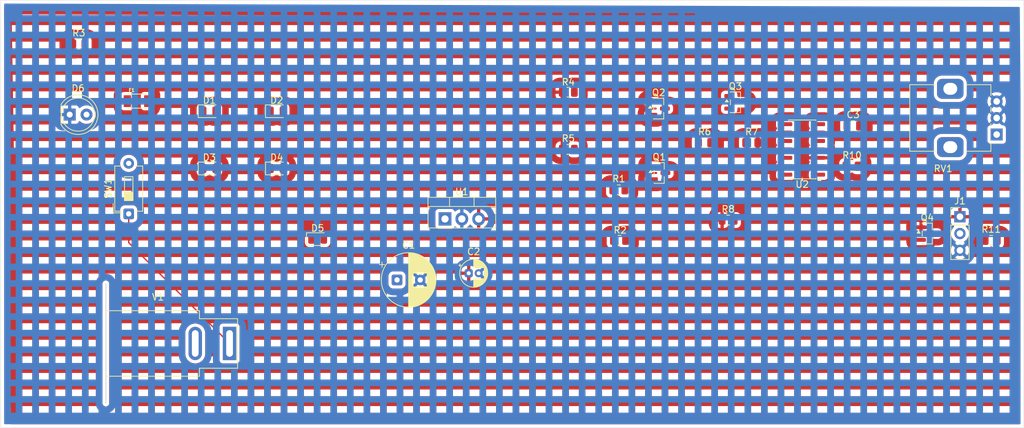
<source format=kicad_pcb>
(kicad_pcb (version 20241229) (generator "pcbnew") (generator_version "9.0")
  (title_block (title "CMPE2150 PWM Generator - mhe4") (date "2025-12-12") (rev "1") (company "NAIT CNT"))
  (layers (0 "F.Cu" signal) (2 "B.Cu" signal) (13 "F.Paste" user) (15 "B.Paste" user) (5 "F.SilkS" user "F.Silkscreen") (7 "B.SilkS" user "B.Silkscreen") (1 "F.Mask" user) (3 "B.Mask" user) (25 "Edge.Cuts" user))
  (net 0 "")
  (net 1 "GND")
  (net 2 "Net-(D5-K)")
  (net 3 "VCC")
  (net 4 "Net-(Q2-C)")
  (net 5 "Net-(D1-K)")
  (net 6 "GNDPWR")
  (net 7 "Net-(D3-K)")
  (net 8 "Net-(D6-A)")
  (net 9 "VAC")
  (net 10 "Net-(J1-Pin_2)")
  (net 11 "Net-(Q1-B)")
  (net 12 "Net-(Q1-C)")
  (net 13 "Net-(Q3-B)")
  (net 14 "Net-(Q3-E)")
  (net 15 "Net-(Q4-B)")
  (net 16 "Net-(U2A-+)")
  (net 17 "Net-(R10-Pad1)")
  (net 18 "Net-(SW1-A)")
  (footprint "Potentiometer_THT:Potentiometer_Alps_RK09K_Single_Vertical" (layer "F.Cu") (at 191.978 54.824 180)
    (property "Reference" "RV1" (at 8.068 -5.15 0) (layer "F.SilkS"))
    (property "Value" "5k")
    (fp_line (start 13.12 -2.521) (end 13.12 7.52) (stroke (width 0.12)) (layer "F.SilkS"))
    (fp_line (start 9.184 7.52) (end 13.12 7.52) (stroke (width 0.12)) (layer "F.SilkS"))
    (fp_line (start 9.184 -2.521) (end 13.12 -2.521) (stroke (width 0.12)) (layer "F.SilkS"))
    (fp_line (start 0.88 7.52) (end 4.817 7.52) (stroke (width 0.12)) (layer "F.SilkS"))
    (fp_line (start 0.88 5.87) (end 0.88 7.52) (stroke (width 0.12)) (layer "F.SilkS"))
    (fp_line (start 0.88 3.371) (end 0.88 4.13) (stroke (width 0.12)) (layer "F.SilkS"))
    (fp_line (start 0.88 1.25) (end 0.88 1.63) (stroke (width 0.12)) (layer "F.SilkS"))
    (fp_line (start 0.88 -2.521) (end 4.817 -2.521) (stroke (width 0.12)) (layer "F.SilkS"))
    (fp_line (start 0.88 -2.521) (end 0.88 -1.2) (stroke (width 0.12)) (layer "F.SilkS"))
    (pad "1" thru_hole rect (at 0 0 180) (size 1.8 1.8) (drill 1) (layers "*.Cu" "*.Mask") (net 16 "Net-(U2A-+)"))
    (pad "2" thru_hole circle (at 0 2.5 180) (size 1.8 1.8) (drill 1) (layers "*.Cu" "*.Mask") (net 1 "GND"))
    (pad "3" thru_hole circle (at 0 5 180) (size 1.8 1.8) (drill 1) (layers "*.Cu" "*.Mask") (net 1 "GND"))
    (pad "MP" thru_hole roundrect (at 7 -1.9 180) (size 4 3) (drill oval 2.1 1.8) (layers "*.Cu" "*.Mask"))
    (pad "MP" thru_hole roundrect (at 7 6.9 180) (size 4 3) (drill oval 2.1 1.8) (layers "*.Cu" "*.Mask"))
  )
  (footprint "Capacitor_THT:CP_Radial_D8.0mm_P3.50mm" (layer "F.Cu") (at 101.471349 76.774)
    (property "Reference" "C1" (at 1.75 -5.25 0) (layer "F.SilkS"))
    (property "Value" "220uf")
    (fp_line (start -2.659698 -2.315) (end -1.859698 -2.315) (stroke (width 0.12)) (layer "F.SilkS"))
    (fp_line (start -2.259698 -2.715) (end -2.259698 -1.915) (stroke (width 0.12)) (layer "F.SilkS"))
    (fp_line (start 1.75 -4.08) (end 1.75 4.08) (stroke (width 0.12)) (layer "F.SilkS"))
    (fp_line (start 1.79 -4.08) (end 1.79 4.08) (stroke (width 0.12)) (layer "F.SilkS"))
    (fp_line (start 1.83 -4.079) (end 1.83 4.079) (stroke (width 0.12)) (layer "F.SilkS"))
    (fp_line (start 1.87 -4.078) (end 1.87 4.078) (stroke (width 0.12)) (layer "F.SilkS"))
    (fp_line (start 1.91 -4.077) (end 1.91 4.077) (stroke (width 0.12)) (layer "F.SilkS"))
    (fp_line (start 1.95 -4.075) (end 1.95 4.075) (stroke (width 0.12)) (layer "F.SilkS"))
    (fp_line (start 1.99 -4.073) (end 1.99 4.073) (stroke (width 0.12)) (layer "F.SilkS"))
    (fp_line (start 2.03 -4.07) (end 2.03 4.07) (stroke (width 0.12)) (layer "F.SilkS"))
    (fp_line (start 2.07 -4.068) (end 2.07 4.068) (stroke (width 0.12)) (layer "F.SilkS"))
    (fp_line (start 2.11 -4.064) (end 2.11 4.064) (stroke (width 0.12)) (layer "F.SilkS"))
    (fp_line (start 2.15 -4.061) (end 2.15 4.061) (stroke (width 0.12)) (layer "F.SilkS"))
    (fp_line (start 2.19 -4.056) (end 2.19 4.056) (stroke (width 0.12)) (layer "F.SilkS"))
    (fp_line (start 2.23 -4.052) (end 2.23 4.052) (stroke (width 0.12)) (layer "F.SilkS"))
    (fp_line (start 2.27 -4.047) (end 2.27 4.047) (stroke (width 0.12)) (layer "F.SilkS"))
    (fp_line (start 2.31 -4.042) (end 2.31 4.042) (stroke (width 0.12)) (layer "F.SilkS"))
    (fp_line (start 2.35 -4.036) (end 2.35 4.036) (stroke (width 0.12)) (layer "F.SilkS"))
    (fp_line (start 2.39 -4.03) (end 2.39 4.03) (stroke (width 0.12)) (layer "F.SilkS"))
    (fp_line (start 2.43 -4.023) (end 2.43 4.023) (stroke (width 0.12)) (layer "F.SilkS"))
    (fp_line (start 2.47 -4.017) (end 2.47 -1.04) (stroke (width 0.12)) (layer "F.SilkS"))
    (fp_line (start 2.47 1.04) (end 2.47 4.017) (stroke (width 0.12)) (layer "F.SilkS"))
    (fp_line (start 2.51 -4.009) (end 2.51 -1.04) (stroke (width 0.12)) (layer "F.SilkS"))
    (fp_line (start 2.51 1.04) (end 2.51 4.009) (stroke (width 0.12)) (layer "F.SilkS"))
    (fp_line (start 2.55 -4.002) (end 2.55 -1.04) (stroke (width 0.12)) (layer "F.SilkS"))
    (fp_line (start 2.55 1.04) (end 2.55 4.002) (stroke (width 0.12)) (layer "F.SilkS"))
    (fp_line (start 2.59 -3.993) (end 2.59 -1.04) (stroke (width 0.12)) (layer "F.SilkS"))
    (fp_line (start 2.59 1.04) (end 2.59 3.993) (stroke (width 0.12)) (layer "F.SilkS"))
    (fp_line (start 2.63 -3.985) (end 2.63 -1.04) (stroke (width 0.12)) (layer "F.SilkS"))
    (fp_line (start 2.63 1.04) (end 2.63 3.985) (stroke (width 0.12)) (layer "F.SilkS"))
    (fp_line (start 2.67 -3.976) (end 2.67 -1.04) (stroke (width 0.12)) (layer "F.SilkS"))
    (fp_line (start 2.67 1.04) (end 2.67 3.976) (stroke (width 0.12)) (layer "F.SilkS"))
    (fp_line (start 2.71 -3.967) (end 2.71 -1.04) (stroke (width 0.12)) (layer "F.SilkS"))
    (fp_line (start 2.71 1.04) (end 2.71 3.967) (stroke (width 0.12)) (layer "F.SilkS"))
    (fp_line (start 2.75 -3.957) (end 2.75 -1.04) (stroke (width 0.12)) (layer "F.SilkS"))
    (fp_line (start 2.75 1.04) (end 2.75 3.957) (stroke (width 0.12)) (layer "F.SilkS"))
    (fp_line (start 2.79 -3.947) (end 2.79 -1.04) (stroke (width 0.12)) (layer "F.SilkS"))
    (fp_line (start 2.79 1.04) (end 2.79 3.947) (stroke (width 0.12)) (layer "F.SilkS"))
    (fp_line (start 2.83 -3.936) (end 2.83 -1.04) (stroke (width 0.12)) (layer "F.SilkS"))
    (fp_line (start 2.83 1.04) (end 2.83 3.936) (stroke (width 0.12)) (layer "F.SilkS"))
    (fp_line (start 2.87 -3.925) (end 2.87 -1.04) (stroke (width 0.12)) (layer "F.SilkS"))
    (fp_line (start 2.87 1.04) (end 2.87 3.925) (stroke (width 0.12)) (layer "F.SilkS"))
    (fp_line (start 2.91 -3.913) (end 2.91 -1.04) (stroke (width 0.12)) (layer "F.SilkS"))
    (fp_line (start 2.91 1.04) (end 2.91 3.913) (stroke (width 0.12)) (layer "F.SilkS"))
    (fp_line (start 2.95 -3.901) (end 2.95 -1.04) (stroke (width 0.12)) (layer "F.SilkS"))
    (fp_line (start 2.95 1.04) (end 2.95 3.901) (stroke (width 0.12)) (layer "F.SilkS"))
    (fp_line (start 2.99 -3.889) (end 2.99 -1.04) (stroke (width 0.12)) (layer "F.SilkS"))
    (fp_line (start 2.99 1.04) (end 2.99 3.889) (stroke (width 0.12)) (layer "F.SilkS"))
    (fp_line (start 3.03 -3.876) (end 3.03 -1.04) (stroke (width 0.12)) (layer "F.SilkS"))
    (fp_line (start 3.03 1.04) (end 3.03 3.876) (stroke (width 0.12)) (layer "F.SilkS"))
    (fp_line (start 3.07 -3.863) (end 3.07 -1.04) (stroke (width 0.12)) (layer "F.SilkS"))
    (fp_line (start 3.07 1.04) (end 3.07 3.863) (stroke (width 0.12)) (layer "F.SilkS"))
    (fp_line (start 3.11 -3.849) (end 3.11 -1.04) (stroke (width 0.12)) (layer "F.SilkS"))
    (fp_line (start 3.11 1.04) (end 3.11 3.849) (stroke (width 0.12)) (layer "F.SilkS"))
    (fp_line (start 3.15 -3.835) (end 3.15 -1.04) (stroke (width 0.12)) (layer "F.SilkS"))
    (fp_line (start 3.15 1.04) (end 3.15 3.835) (stroke (width 0.12)) (layer "F.SilkS"))
    (fp_line (start 3.19 -3.82) (end 3.19 -1.04) (stroke (width 0.12)) (layer "F.SilkS"))
    (fp_line (start 3.19 1.04) (end 3.19 3.82) (stroke (width 0.12)) (layer "F.SilkS"))
    (fp_line (start 3.23 -3.805) (end 3.23 -1.04) (stroke (width 0.12)) (layer "F.SilkS"))
    (fp_line (start 3.23 1.04) (end 3.23 3.805) (stroke (width 0.12)) (layer "F.SilkS"))
    (fp_line (start 3.27 -3.789) (end 3.27 -1.04) (stroke (width 0.12)) (layer "F.SilkS"))
    (fp_line (start 3.27 1.04) (end 3.27 3.789) (stroke (width 0.12)) (layer "F.SilkS"))
    (fp_line (start 3.31 -3.773) (end 3.31 -1.04) (stroke (width 0.12)) (layer "F.SilkS"))
    (fp_line (start 3.31 1.04) (end 3.31 3.773) (stroke (width 0.12)) (layer "F.SilkS"))
    (fp_line (start 3.35 -3.757) (end 3.35 -1.04) (stroke (width 0.12)) (layer "F.SilkS"))
    (fp_line (start 3.35 1.04) (end 3.35 3.757) (stroke (width 0.12)) (layer "F.SilkS"))
    (fp_line (start 3.39 -3.74) (end 3.39 -1.04) (stroke (width 0.12)) (layer "F.SilkS"))
    (fp_line (start 3.39 1.04) (end 3.39 3.74) (stroke (width 0.12)) (layer "F.SilkS"))
    (fp_line (start 3.43 -3.722) (end 3.43 -1.04) (stroke (width 0.12)) (layer "F.SilkS"))
    (fp_line (start 3.43 1.04) (end 3.43 3.722) (stroke (width 0.12)) (layer "F.SilkS"))
    (fp_line (start 3.47 -3.704) (end 3.47 -1.04) (stroke (width 0.12)) (layer "F.SilkS"))
    (fp_line (start 3.47 1.04) (end 3.47 3.704) (stroke (width 0.12)) (layer "F.SilkS"))
    (fp_line (start 3.51 -3.685) (end 3.51 -1.04) (stroke (width 0.12)) (layer "F.SilkS"))
    (fp_line (start 3.51 1.04) (end 3.51 3.685) (stroke (width 0.12)) (layer "F.SilkS"))
    (fp_line (start 3.55 -3.666) (end 3.55 -1.04) (stroke (width 0.12)) (layer "F.SilkS"))
    (fp_line (start 3.55 1.04) (end 3.55 3.666) (stroke (width 0.12)) (layer "F.SilkS"))
    (fp_line (start 3.59 -3.646) (end 3.59 -1.04) (stroke (width 0.12)) (layer "F.SilkS"))
    (fp_line (start 3.59 1.04) (end 3.59 3.646) (stroke (width 0.12)) (layer "F.SilkS"))
    (fp_line (start 3.63 -3.626) (end 3.63 -1.04) (stroke (width 0.12)) (layer "F.SilkS"))
    (fp_line (start 3.63 1.04) (end 3.63 3.626) (stroke (width 0.12)) (layer "F.SilkS"))
    (fp_line (start 3.67 -3.605) (end 3.67 -1.04) (stroke (width 0.12)) (layer "F.SilkS"))
    (fp_line (start 3.67 1.04) (end 3.67 3.605) (stroke (width 0.12)) (layer "F.SilkS"))
    (fp_line (start 3.71 -3.584) (end 3.71 -1.04) (stroke (width 0.12)) (layer "F.SilkS"))
    (fp_line (start 3.71 1.04) (end 3.71 3.584) (stroke (width 0.12)) (layer "F.SilkS"))
    (fp_line (start 3.75 -3.562) (end 3.75 -1.04) (stroke (width 0.12)) (layer "F.SilkS"))
    (fp_line (start 3.75 1.04) (end 3.75 3.562) (stroke (width 0.12)) (layer "F.SilkS"))
    (fp_line (start 3.79 -3.539) (end 3.79 -1.04) (stroke (width 0.12)) (layer "F.SilkS"))
    (fp_line (start 3.79 1.04) (end 3.79 3.539) (stroke (width 0.12)) (layer "F.SilkS"))
    (fp_line (start 3.83 -3.516) (end 3.83 -1.04) (stroke (width 0.12)) (layer "F.SilkS"))
    (fp_line (start 3.83 1.04) (end 3.83 3.516) (stroke (width 0.12)) (layer "F.SilkS"))
    (fp_line (start 3.87 -3.493) (end 3.87 -1.04) (stroke (width 0.12)) (layer "F.SilkS"))
    (fp_line (start 3.87 1.04) (end 3.87 3.493) (stroke (width 0.12)) (layer "F.SilkS"))
    (fp_line (start 3.91 -3.468) (end 3.91 -1.04) (stroke (width 0.12)) (layer "F.SilkS"))
    (fp_line (start 3.91 1.04) (end 3.91 3.468) (stroke (width 0.12)) (layer "F.SilkS"))
    (fp_line (start 3.95 -3.443) (end 3.95 -1.04) (stroke (width 0.12)) (layer "F.SilkS"))
    (fp_line (start 3.95 1.04) (end 3.95 3.443) (stroke (width 0.12)) (layer "F.SilkS"))
    (fp_line (start 3.99 -3.418) (end 3.99 -1.04) (stroke (width 0.12)) (layer "F.SilkS"))
    (fp_line (start 3.99 1.04) (end 3.99 3.418) (stroke (width 0.12)) (layer "F.SilkS"))
    (fp_line (start 4.03 -3.392) (end 4.03 -1.04) (stroke (width 0.12)) (layer "F.SilkS"))
    (fp_line (start 4.03 1.04) (end 4.03 3.392) (stroke (width 0.12)) (layer "F.SilkS"))
    (fp_line (start 4.07 -3.365) (end 4.07 -1.04) (stroke (width 0.12)) (layer "F.SilkS"))
    (fp_line (start 4.07 1.04) (end 4.07 3.365) (stroke (width 0.12)) (layer "F.SilkS"))
    (fp_line (start 4.11 -3.337) (end 4.11 -1.04) (stroke (width 0.12)) (layer "F.SilkS"))
    (fp_line (start 4.11 1.04) (end 4.11 3.337) (stroke (width 0.12)) (layer "F.SilkS"))
    (fp_line (start 4.15 -3.309) (end 4.15 -1.04) (stroke (width 0.12)) (layer "F.SilkS"))
    (fp_line (start 4.15 1.04) (end 4.15 3.309) (stroke (width 0.12)) (layer "F.SilkS"))
    (fp_line (start 4.19 -3.28) (end 4.19 -1.04) (stroke (width 0.12)) (layer "F.SilkS"))
    (fp_line (start 4.19 1.04) (end 4.19 3.28) (stroke (width 0.12)) (layer "F.SilkS"))
    (fp_line (start 4.23 -3.25) (end 4.23 -1.04) (stroke (width 0.12)) (layer "F.SilkS"))
    (fp_line (start 4.23 1.04) (end 4.23 3.25) (stroke (width 0.12)) (layer "F.SilkS"))
    (fp_line (start 4.27 -3.219) (end 4.27 -1.04) (stroke (width 0.12)) (layer "F.SilkS"))
    (fp_line (start 4.27 1.04) (end 4.27 3.219) (stroke (width 0.12)) (layer "F.SilkS"))
    (fp_line (start 4.31 -3.188) (end 4.31 -1.04) (stroke (width 0.12)) (layer "F.SilkS"))
    (fp_line (start 4.31 1.04) (end 4.31 3.188) (stroke (width 0.12)) (layer "F.SilkS"))
    (fp_line (start 4.35 -3.156) (end 4.35 -1.04) (stroke (width 0.12)) (layer "F.SilkS"))
    (fp_line (start 4.35 1.04) (end 4.35 3.156) (stroke (width 0.12)) (layer "F.SilkS"))
    (fp_line (start 4.39 -3.123) (end 4.39 -1.04) (stroke (width 0.12)) (layer "F.SilkS"))
    (fp_line (start 4.39 1.04) (end 4.39 3.123) (stroke (width 0.12)) (layer "F.SilkS"))
    (fp_line (start 4.43 -3.089) (end 4.43 -1.04) (stroke (width 0.12)) (layer "F.SilkS"))
    (fp_line (start 4.43 1.04) (end 4.43 3.089) (stroke (width 0.12)) (layer "F.SilkS"))
    (fp_line (start 4.47 -3.055) (end 4.47 -1.04) (stroke (width 0.12)) (layer "F.SilkS"))
    (fp_line (start 4.47 1.04) (end 4.47 3.055) (stroke (width 0.12)) (layer "F.SilkS"))
    (fp_line (start 4.51 -3.019) (end 4.51 -1.04) (stroke (width 0.12)) (layer "F.SilkS"))
    (fp_line (start 4.51 1.04) (end 4.51 3.019) (stroke (width 0.12)) (layer "F.SilkS"))
    (fp_line (start 4.55 -2.982) (end 4.55 2.982) (stroke (width 0.12)) (layer "F.SilkS"))
    (fp_line (start 4.59 -2.945) (end 4.59 2.945) (stroke (width 0.12)) (layer "F.SilkS"))
    (fp_line (start 4.63 -2.906) (end 4.63 2.906) (stroke (width 0.12)) (layer "F.SilkS"))
    (fp_line (start 4.67 -2.867) (end 4.67 2.867) (stroke (width 0.12)) (layer "F.SilkS"))
    (fp_line (start 4.71 -2.826) (end 4.71 2.826) (stroke (width 0.12)) (layer "F.SilkS"))
    (fp_line (start 4.75 -2.784) (end 4.75 2.784) (stroke (width 0.12)) (layer "F.SilkS"))
    (fp_line (start 4.79 -2.741) (end 4.79 2.741) (stroke (width 0.12)) (layer "F.SilkS"))
    (fp_line (start 4.83 -2.696) (end 4.83 2.696) (stroke (width 0.12)) (layer "F.SilkS"))
    (fp_line (start 4.87 -2.651) (end 4.87 2.651) (stroke (width 0.12)) (layer "F.SilkS"))
    (fp_line (start 4.91 -2.604) (end 4.91 2.604) (stroke (width 0.12)) (layer "F.SilkS"))
    (fp_line (start 4.95 -2.555) (end 4.95 2.555) (stroke (width 0.12)) (layer "F.SilkS"))
    (fp_line (start 4.99 -2.505) (end 4.99 2.505) (stroke (width 0.12)) (layer "F.SilkS"))
    (fp_line (start 5.03 -2.453) (end 5.03 2.453) (stroke (width 0.12)) (layer "F.SilkS"))
    (fp_line (start 5.07 -2.4) (end 5.07 2.4) (stroke (width 0.12)) (layer "F.SilkS"))
    (fp_line (start 5.11 -2.344) (end 5.11 2.344) (stroke (width 0.12)) (layer "F.SilkS"))
    (fp_line (start 5.15 -2.287) (end 5.15 2.287) (stroke (width 0.12)) (layer "F.SilkS"))
    (fp_line (start 5.19 -2.227) (end 5.19 2.227) (stroke (width 0.12)) (layer "F.SilkS"))
    (fp_line (start 5.23 -2.165) (end 5.23 2.165) (stroke (width 0.12)) (layer "F.SilkS"))
    (fp_line (start 5.27 -2.101) (end 5.27 2.101) (stroke (width 0.12)) (layer "F.SilkS"))
    (fp_line (start 5.31 -2.034) (end 5.31 2.034) (stroke (width 0.12)) (layer "F.SilkS"))
    (fp_line (start 5.35 -1.964) (end 5.35 1.964) (stroke (width 0.12)) (layer "F.SilkS"))
    (fp_line (start 5.39 -1.89) (end 5.39 1.89) (stroke (width 0.12)) (layer "F.SilkS"))
    (fp_line (start 5.43 -1.813) (end 5.43 1.813) (stroke (width 0.12)) (layer "F.SilkS"))
    (fp_line (start 5.47 -1.731) (end 5.47 1.731) (stroke (width 0.12)) (layer "F.SilkS"))
    (fp_line (start 5.51 -1.644) (end 5.51 1.644) (stroke (width 0.12)) (layer "F.SilkS"))
    (fp_line (start 5.55 -1.552) (end 5.55 1.552) (stroke (width 0.12)) (layer "F.SilkS"))
    (fp_line (start 5.59 -1.453) (end 5.59 1.453) (stroke (width 0.12)) (layer "F.SilkS"))
    (fp_line (start 5.63 -1.346) (end 5.63 1.346) (stroke (width 0.12)) (layer "F.SilkS"))
    (fp_line (start 5.67 -1.228) (end 5.67 1.228) (stroke (width 0.12)) (layer "F.SilkS"))
    (fp_line (start 5.71 -1.097) (end 5.71 1.097) (stroke (width 0.12)) (layer "F.SilkS"))
    (fp_line (start 5.75 -0.947) (end 5.75 0.947) (stroke (width 0.12)) (layer "F.SilkS"))
    (fp_line (start 5.79 -0.768) (end 5.79 0.768) (stroke (width 0.12)) (layer "F.SilkS"))
    (fp_line (start 5.83 -0.533) (end 5.83 0.533) (stroke (width 0.12)) (layer "F.SilkS"))
    (fp_circle (center 1.75 0) (end 5.87 0) (stroke (width 0.12)) (fill no) (layer "F.SilkS"))
    (pad "1" thru_hole roundrect (at 0 0) (size 1.6 1.6) (drill 0.8) (layers "*.Cu" "*.Mask") (roundrect_rratio 0.15625) (net 2 "Net-(D5-K)"))
    (pad "2" thru_hole circle (at 3.5 0) (size 1.6 1.6) (drill 0.8) (layers "*.Cu" "*.Mask") (net 1 "GND"))
  )
  (footprint "Resistor_SMD:R_0805_2012Metric" (layer "F.Cu") (at 135.05 70.784)
    (property "Reference" "R2" (at 0.1035 -1.524 0) (layer "F.SilkS"))
    (property "Value" "1M")
    (fp_line (start -0.227064 -0.735) (end 0.227064 -0.735) (stroke (width 0.12)) (layer "F.SilkS"))
    (fp_line (start -0.227064 0.735) (end 0.227064 0.735) (stroke (width 0.12)) (layer "F.SilkS"))
    (pad "1" smd roundrect (at -0.9125 0) (size 1.025 1.4) (layers "F.Cu" "F.Mask" "F.Paste") (roundrect_rratio 0.243902) (net 7 "Net-(D3-K)"))
    (pad "2" smd roundrect (at 0.9125 0) (size 1.025 1.4) (layers "F.Cu" "F.Mask" "F.Paste") (roundrect_rratio 0.243902) (net 11 "Net-(Q1-B)"))
  )
  (footprint "Package_TO_SOT_SMD:SOT-23" (layer "F.Cu") (at 152.5445 49.956)
    (property "Reference" "Q3" (at 0 -2.4 0) (layer "F.SilkS"))
    (property "Value" "2N3906")
    (fp_line (start -0.76 -1.56) (end 0.76 -1.56) (stroke (width 0.12)) (layer "F.SilkS"))
    (fp_line (start -0.76 -1.51) (end -0.76 -1.56) (stroke (width 0.12)) (layer "F.SilkS"))
    (fp_line (start -0.76 0.39) (end -0.76 -0.39) (stroke (width 0.12)) (layer "F.SilkS"))
    (fp_line (start -0.76 1.56) (end -0.76 1.51) (stroke (width 0.12)) (layer "F.SilkS"))
    (fp_line (start 0.76 -1.56) (end 0.76 -0.56) (stroke (width 0.12)) (layer "F.SilkS"))
    (fp_line (start 0.76 0.56) (end 0.76 1.56) (stroke (width 0.12)) (layer "F.SilkS"))
    (fp_line (start 0.76 1.56) (end -0.76 1.56) (stroke (width 0.12)) (layer "F.SilkS"))
    (fp_poly (pts (xy -1.3 -0.38) (xy -1.06 -0.05) (xy -1.54 -0.05)) (stroke (width 0.12)) (fill yes) (layer "F.SilkS"))
    (pad "1" smd roundrect (at -0.9375 -0.95) (size 1.475 0.6) (layers "F.Cu" "F.Mask" "F.Paste") (net 14 "Net-(Q3-E)"))
    (pad "2" smd roundrect (at -0.9375 0.95) (size 1.475 0.6) (layers "F.Cu" "F.Mask" "F.Paste") (net 13 "Net-(Q3-B)"))
    (pad "3" smd roundrect (at 0.9375 0) (size 1.475 0.6) (layers "F.Cu" "F.Mask" "F.Paste") (net 4 "Net-(Q2-C)"))
  )
  (footprint "Resistor_SMD:R_0805_2012Metric" (layer "F.Cu") (at 155.006 56.052)
    (property "Reference" "R7" (at 0 -1.65 0) (layer "F.SilkS"))
    (property "Value" "22k")
    (fp_line (start -0.227064 -0.735) (end 0.227064 -0.735) (stroke (width 0.12)) (layer "F.SilkS"))
    (fp_line (start -0.227064 0.735) (end 0.227064 0.735) (stroke (width 0.12)) (layer "F.SilkS"))
    (pad "1" smd roundrect (at -0.9125 0) (size 1.025 1.4) (layers "F.Cu" "F.Mask" "F.Paste") (roundrect_rratio 0.243902) (net 14 "Net-(Q3-E)"))
    (pad "2" smd roundrect (at 0.9125 0) (size 1.025 1.4) (layers "F.Cu" "F.Mask" "F.Paste") (roundrect_rratio 0.243902) (net 3 "VCC"))
  )
  (footprint "Resistor_SMD:R_0805_2012Metric" (layer "F.Cu") (at 127.3265 57.068)
    (property "Reference" "R5" (at 0 -1.65 0) (layer "F.SilkS"))
    (property "Value" "220k")
    (fp_line (start -0.227064 -0.735) (end 0.227064 -0.735) (stroke (width 0.12)) (layer "F.SilkS"))
    (fp_line (start -0.227064 0.735) (end 0.227064 0.735) (stroke (width 0.12)) (layer "F.SilkS"))
    (pad "1" smd roundrect (at -0.9125 0) (size 1.025 1.4) (layers "F.Cu" "F.Mask" "F.Paste") (roundrect_rratio 0.243902) (net 3 "VCC"))
    (pad "2" smd roundrect (at 0.9125 0) (size 1.025 1.4) (layers "F.Cu" "F.Mask" "F.Paste") (roundrect_rratio 0.243902) (net 13 "Net-(Q3-B)"))
  )
  (footprint "Resistor_SMD:R_0805_2012Metric" (layer "F.Cu") (at 191.1525 70.784)
    (property "Reference" "R11" (at 0 -1.65 0) (layer "F.SilkS"))
    (property "Value" "180")
    (fp_line (start -0.227064 -0.735) (end 0.227064 -0.735) (stroke (width 0.12)) (layer "F.SilkS"))
    (fp_line (start -0.227064 0.735) (end 0.227064 0.735) (stroke (width 0.12)) (layer "F.SilkS"))
    (pad "1" smd roundrect (at -0.9125 0) (size 1.025 1.4) (layers "F.Cu" "F.Mask" "F.Paste") (roundrect_rratio 0.243902) (net 10 "Net-(J1-Pin_2)"))
    (pad "2" smd roundrect (at 0.9125 0) (size 1.025 1.4) (layers "F.Cu" "F.Mask" "F.Paste") (roundrect_rratio 0.243902) (net 1 "GND"))
  )
  (footprint "Connector_PinHeader_2.54mm:PinHeader_1x03_P2.54mm_Vertical" (layer "F.Cu") (at 186.436 67.228)
    (property "Reference" "J1" (at 0 -2.38 0) (layer "F.SilkS"))
    (property "Value" "Conn_01x03_Pin")
    (fp_line (start -1.38 -1.38) (end 0 -1.38) (stroke (width 0.12)) (layer "F.SilkS"))
    (fp_line (start -1.38 0) (end -1.38 -1.38) (stroke (width 0.12)) (layer "F.SilkS"))
    (fp_line (start -1.38 1.27) (end -1.38 6.46) (stroke (width 0.12)) (layer "F.SilkS"))
    (fp_line (start -1.38 1.27) (end 1.38 1.27) (stroke (width 0.12)) (layer "F.SilkS"))
    (fp_line (start -1.38 6.46) (end 1.38 6.46) (stroke (width 0.12)) (layer "F.SilkS"))
    (fp_line (start 1.38 1.27) (end 1.38 6.46) (stroke (width 0.12)) (layer "F.SilkS"))
    (pad "1" thru_hole rect (at 0 0) (size 1.7 1.7) (drill 1) (layers "*.Cu" "*.Mask") (net 3 "VCC"))
    (pad "2" thru_hole circle (at 0 2.54) (size 1.7 1.7) (drill 1) (layers "*.Cu" "*.Mask") (net 10 "Net-(J1-Pin_2)"))
    (pad "3" thru_hole circle (at 0 5.08) (size 1.7 1.7) (drill 1) (layers "*.Cu" "*.Mask") (net 1 "GND"))
  )
  (footprint "Resistor_SMD:R_0805_2012Metric" (layer "F.Cu") (at 127.3265 48.432)
    (property "Reference" "R4" (at 0 -1.524 0) (layer "F.SilkS"))
    (property "Value" "10k")
    (fp_line (start -0.227064 -0.735) (end 0.227064 -0.735) (stroke (width 0.12)) (layer "F.SilkS"))
    (fp_line (start -0.227064 0.735) (end 0.227064 0.735) (stroke (width 0.12)) (layer "F.SilkS"))
    (pad "1" smd roundrect (at -0.9125 0) (size 1.025 1.4) (layers "F.Cu" "F.Mask" "F.Paste") (roundrect_rratio 0.243902) (net 3 "VCC"))
    (pad "2" smd roundrect (at 0.9125 0) (size 1.025 1.4) (layers "F.Cu" "F.Mask" "F.Paste") (roundrect_rratio 0.243902) (net 12 "Net-(Q1-C)"))
  )
  (footprint "Package_TO_SOT_SMD:SOT-23" (layer "F.Cu") (at 181.5005 69.768)
    (property "Reference" "Q4" (at 0 -2.4 0) (layer "F.SilkS"))
    (property "Value" "2N3906")
    (fp_line (start -0.76 -1.56) (end 0.76 -1.56) (stroke (width 0.12)) (layer "F.SilkS"))
    (fp_line (start -0.76 -1.51) (end -0.76 -1.56) (stroke (width 0.12)) (layer "F.SilkS"))
    (fp_line (start -0.76 0.39) (end -0.76 -0.39) (stroke (width 0.12)) (layer "F.SilkS"))
    (fp_line (start -0.76 1.56) (end -0.76 1.51) (stroke (width 0.12)) (layer "F.SilkS"))
    (fp_line (start 0.76 -1.56) (end 0.76 -0.56) (stroke (width 0.12)) (layer "F.SilkS"))
    (fp_line (start 0.76 0.56) (end 0.76 1.56) (stroke (width 0.12)) (layer "F.SilkS"))
    (fp_line (start 0.76 1.56) (end -0.76 1.56) (stroke (width 0.12)) (layer "F.SilkS"))
    (fp_poly (pts (xy -1.3 -0.38) (xy -1.06 -0.05) (xy -1.54 -0.05)) (stroke (width 0.12)) (fill yes) (layer "F.SilkS"))
    (pad "1" smd roundrect (at -0.9375 -0.95) (size 1.475 0.6) (layers "F.Cu" "F.Mask" "F.Paste") (net 3 "VCC"))
    (pad "2" smd roundrect (at -0.9375 0.95) (size 1.475 0.6) (layers "F.Cu" "F.Mask" "F.Paste") (net 15 "Net-(Q4-B)"))
    (pad "3" smd roundrect (at 0.9375 0) (size 1.475 0.6) (layers "F.Cu" "F.Mask" "F.Paste") (net 10 "Net-(J1-Pin_2)"))
  )
  (footprint "Package_TO_SOT_SMD:SOT-23" (layer "F.Cu") (at 141.0425 60.624)
    (property "Reference" "Q1" (at 0 -2.4 0) (layer "F.SilkS"))
    (property "Value" "2N3904")
    (fp_line (start -0.76 -1.56) (end 0.76 -1.56) (stroke (width 0.12)) (layer "F.SilkS"))
    (fp_line (start -0.76 -1.51) (end -0.76 -1.56) (stroke (width 0.12)) (layer "F.SilkS"))
    (fp_line (start -0.76 0.39) (end -0.76 -0.39) (stroke (width 0.12)) (layer "F.SilkS"))
    (fp_line (start -0.76 1.56) (end -0.76 1.51) (stroke (width 0.12)) (layer "F.SilkS"))
    (fp_line (start 0.76 -1.56) (end 0.76 -0.56) (stroke (width 0.12)) (layer "F.SilkS"))
    (fp_line (start 0.76 0.56) (end 0.76 1.56) (stroke (width 0.12)) (layer "F.SilkS"))
    (fp_line (start 0.76 1.56) (end -0.76 1.56) (stroke (width 0.12)) (layer "F.SilkS"))
    (fp_poly (pts (xy -1.3 -0.38) (xy -1.06 -0.05) (xy -1.54 -0.05)) (stroke (width 0.12)) (fill yes) (layer "F.SilkS"))
    (pad "1" smd roundrect (at -0.9375 -0.95) (size 1.475 0.6) (layers "F.Cu" "F.Mask" "F.Paste") (net 1 "GND"))
    (pad "2" smd roundrect (at -0.9375 0.95) (size 1.475 0.6) (layers "F.Cu" "F.Mask" "F.Paste") (net 11 "Net-(Q1-B)"))
    (pad "3" smd roundrect (at 0.9375 0) (size 1.475 0.6) (layers "F.Cu" "F.Mask" "F.Paste") (net 12 "Net-(Q1-C)"))
  )
  (footprint "Resistor_SMD:R_0805_2012Metric" (layer "F.Cu") (at 53.4435 41.148)
    (property "Reference" "R3" (at 0 -1.65 0) (layer "F.SilkS"))
    (property "Value" "330")
    (fp_line (start -0.227064 -0.735) (end 0.227064 -0.735) (stroke (width 0.12)) (layer "F.SilkS"))
    (fp_line (start -0.227064 0.735) (end 0.227064 0.735) (stroke (width 0.12)) (layer "F.SilkS"))
    (pad "1" smd roundrect (at -0.9125 0) (size 1.025 1.4) (layers "F.Cu" "F.Mask" "F.Paste") (roundrect_rratio 0.243902) (net 3 "VCC"))
    (pad "2" smd roundrect (at 0.9125 0) (size 1.025 1.4) (layers "F.Cu" "F.Mask" "F.Paste") (roundrect_rratio 0.243902) (net 8 "Net-(D6-A)"))
  )
  (footprint "Resistor_SMD:R_0805_2012Metric" (layer "F.Cu") (at 170.1425 59.608)
    (property "Reference" "R10" (at 0 -1.65 0) (layer "F.SilkS"))
    (property "Value" "8.2k")
    (fp_line (start -0.227064 -0.735) (end 0.227064 -0.735) (stroke (width 0.12)) (layer "F.SilkS"))
    (fp_line (start -0.227064 0.735) (end 0.227064 0.735) (stroke (width 0.12)) (layer "F.SilkS"))
    (pad "1" smd roundrect (at -0.9125 0) (size 1.025 1.4) (layers "F.Cu" "F.Mask" "F.Paste") (roundrect_rratio 0.243902) (net 17 "Net-(R10-Pad1)"))
    (pad "2" smd roundrect (at 0.9125 0) (size 1.025 1.4) (layers "F.Cu" "F.Mask" "F.Paste") (roundrect_rratio 0.243902) (net 15 "Net-(Q4-B)"))
  )
  (footprint "Package_TO_SOT_THT:TO-220-3_Vertical" (layer "F.Cu") (at 108.712 67.564)
    (property "Reference" "U1" (at 2.54 -4.1 0) (layer "F.SilkS"))
    (property "Value" "LM7805_TO220")
    (fp_line (start -2.57 -3.26) (end 7.65 -3.26) (stroke (width 0.12)) (layer "F.SilkS"))
    (fp_line (start -2.57 -1.88) (end 7.65 -1.88) (stroke (width 0.12)) (layer "F.SilkS"))
    (fp_line (start -2.57 1.36) (end -2.57 -3.26) (stroke (width 0.12)) (layer "F.SilkS"))
    (fp_line (start 0.69 -3.26) (end 0.69 -1.88) (stroke (width 0.12)) (layer "F.SilkS"))
    (fp_line (start 4.39 -3.26) (end 4.39 -1.88) (stroke (width 0.12)) (layer "F.SilkS"))
    (fp_line (start 7.65 -3.26) (end 7.65 1.36) (stroke (width 0.12)) (layer "F.SilkS"))
    (fp_line (start 7.65 1.36) (end -2.57 1.36) (stroke (width 0.12)) (layer "F.SilkS"))
    (pad "1" thru_hole rect (at 0 0) (size 1.905 2) (drill 1.1) (layers "*.Cu" "*.Mask") (net 2 "Net-(D5-K)"))
    (pad "2" thru_hole oval (at 2.54 0) (size 1.905 2) (drill 1.1) (layers "*.Cu" "*.Mask") (net 1 "GND"))
    (pad "3" thru_hole oval (at 5.08 0) (size 1.905 2) (drill 1.1) (layers "*.Cu" "*.Mask") (net 3 "VCC"))
  )
  (footprint "Diode_SMD:D_0805_2012Metric" (layer "F.Cu") (at 83.312 59.944)
    (property "Reference" "D4" (at 0 -1.65 0) (layer "F.SilkS"))
    (property "Value" "1N4005G")
    (fp_line (start -1.685 -0.96) (end -1.685 0.96) (stroke (width 0.12)) (layer "F.SilkS"))
    (fp_line (start -1.685 0.96) (end 1 0.96) (stroke (width 0.12)) (layer "F.SilkS"))
    (fp_line (start 1 -0.96) (end -1.685 -0.96) (stroke (width 0.12)) (layer "F.SilkS"))
    (pad "1" smd roundrect (at -0.9375 0) (size 0.975 1.4) (layers "F.Cu" "F.Mask" "F.Paste") (net 7 "Net-(D3-K)"))
    (pad "2" smd roundrect (at 0.9375 0) (size 0.975 1.4) (layers "F.Cu" "F.Mask" "F.Paste") (net 6 "GNDPWR"))
  )
  (footprint "LED_THT:LED_D5.0mm" (layer "F.Cu") (at 52.065 51.816)
    (property "Reference" "D6" (at 1.27 -3.96 0) (layer "F.SilkS"))
    (property "Value" "LED_GREEN")
    (fp_line (start -1.29 -1.545) (end -1.29 1.545) (stroke (width 0.12)) (layer "F.SilkS"))
    (fp_arc (start -1.29 -1.54483) (mid 2.071779 -2.880495) (end 4.26 0) (stroke (width 0.12)) (layer "F.SilkS"))
    (fp_arc (start 4.26 0) (mid 2.071779 2.880495) (end -1.29 1.54483) (stroke (width 0.12)) (layer "F.SilkS"))
    (fp_circle (center 1.27 0) (end 3.77 0) (stroke (width 0.12)) (fill no) (layer "F.SilkS"))
    (pad "1" thru_hole rect (at 0 0) (size 1.8 1.8) (drill 0.9) (layers "*.Cu" "*.Mask") (net 1 "GND"))
    (pad "2" thru_hole circle (at 2.54 0) (size 1.8 1.8) (drill 0.9) (layers "*.Cu" "*.Mask") (net 8 "Net-(D6-A)"))
  )
  (footprint "Diode_SMD:D_0805_2012Metric" (layer "F.Cu") (at 73.152 51.308)
    (property "Reference" "D1" (at 0 -1.65 0) (layer "F.SilkS"))
    (property "Value" "1N4005G")
    (fp_line (start -1.685 -0.96) (end -1.685 0.96) (stroke (width 0.12)) (layer "F.SilkS"))
    (fp_line (start -1.685 0.96) (end 1 0.96) (stroke (width 0.12)) (layer "F.SilkS"))
    (fp_line (start 1 -0.96) (end -1.685 -0.96) (stroke (width 0.12)) (layer "F.SilkS"))
    (pad "1" smd roundrect (at -0.9375 0) (size 0.975 1.4) (layers "F.Cu" "F.Mask" "F.Paste") (net 5 "Net-(D1-K)"))
    (pad "2" smd roundrect (at 0.9375 0) (size 0.975 1.4) (layers "F.Cu" "F.Mask" "F.Paste") (net 1 "GND"))
  )
  (footprint "Resistor_SMD:R_0805_2012Metric" (layer "F.Cu") (at 147.894 56.052)
    (property "Reference" "R6" (at 0 -1.65 0) (layer "F.SilkS"))
    (property "Value" "390k")
    (fp_line (start -0.227064 -0.735) (end 0.227064 -0.735) (stroke (width 0.12)) (layer "F.SilkS"))
    (fp_line (start -0.227064 0.735) (end 0.227064 0.735) (stroke (width 0.12)) (layer "F.SilkS"))
    (pad "1" smd roundrect (at -0.9125 0) (size 1.025 1.4) (layers "F.Cu" "F.Mask" "F.Paste") (roundrect_rratio 0.243902) (net 13 "Net-(Q3-B)"))
    (pad "2" smd roundrect (at 0.9125 0) (size 1.025 1.4) (layers "F.Cu" "F.Mask" "F.Paste") (roundrect_rratio 0.243902) (net 1 "GND"))
  )
  (footprint "Button_Switch_THT:SW_DIP_SPSTx01_Slide_6.7x4.1mm_W7.62mm_P2.54mm_LowProfile" (layer "F.Cu") (at 60.9725 66.797 90)
    (property "Reference" "SW1" (at 3.81 -3.11 90) (layer "F.SilkS"))
    (property "Value" "CTS 209-210")
    (fp_line (start 0.16 -2.35) (end 1.543 -2.35) (stroke (width 0.12)) (layer "F.SilkS"))
    (fp_line (start 0.16 -2.35) (end 0.16 -1.04) (stroke (width 0.12)) (layer "F.SilkS"))
    (fp_line (start 7.22 -2.11) (end 7.22 -0.96) (stroke (width 0.12)) (layer "F.SilkS"))
    (fp_line (start 0.4 -2.11) (end 7.22 -2.11) (stroke (width 0.12)) (layer "F.SilkS"))
    (fp_line (start 0.4 -2.11) (end 0.4 -1.04) (stroke (width 0.12)) (layer "F.SilkS"))
    (fp_line (start 3.206667 -0.635) (end 3.206667 0.635) (stroke (width 0.12)) (layer "F.SilkS"))
    (fp_line (start 7.22 0.96) (end 7.22 2.11) (stroke (width 0.12)) (layer "F.SilkS"))
    (fp_line (start 0.4 1.04) (end 0.4 2.11) (stroke (width 0.12)) (layer "F.SilkS"))
    (fp_line (start 0.4 2.11) (end 7.22 2.11) (stroke (width 0.12)) (layer "F.SilkS"))
    (fp_rect (start 2 -0.635) (end 5.62 0.635) (stroke (width 0.12)) (fill no) (layer "F.SilkS"))
    (fp_rect (start 2 -0.635) (end 3.206667 0.635) (stroke (width 0.12)) (fill yes) (layer "F.SilkS"))
    (pad "1" thru_hole roundrect (at 0 0 90) (size 1.6 1.6) (drill 0.8) (layers "*.Cu" "*.Mask") (roundrect_rratio 0.15625) (net 18 "Net-(SW1-A)"))
    (pad "2" thru_hole circle (at 7.62 0 90) (size 1.6 1.6) (drill 0.8) (layers "*.Cu" "*.Mask") (net 9 "VAC"))
  )
  (footprint "Resistor_SMD:R_0805_2012Metric" (layer "F.Cu") (at 134.9465 63.164)
    (property "Reference" "R1" (at 0 -1.65 0) (layer "F.SilkS"))
    (property "Value" "2.2k")
    (fp_line (start -0.227064 -0.735) (end 0.227064 -0.735) (stroke (width 0.12)) (layer "F.SilkS"))
    (fp_line (start -0.227064 0.735) (end 0.227064 0.735) (stroke (width 0.12)) (layer "F.SilkS"))
    (pad "1" smd roundrect (at -0.9125 0) (size 1.025 1.4) (layers "F.Cu" "F.Mask" "F.Paste") (roundrect_rratio 0.243902) (net 7 "Net-(D3-K)"))
    (pad "2" smd roundrect (at 0.9125 0) (size 1.025 1.4) (layers "F.Cu" "F.Mask" "F.Paste") (roundrect_rratio 0.243902) (net 1 "GND"))
  )
  (footprint "Package_TO_SOT_SMD:SOT-23" (layer "F.Cu") (at 140.964 50.906)
    (property "Reference" "Q2" (at 0 -2.4 0) (layer "F.SilkS"))
    (property "Value" "2N3904")
    (fp_line (start -0.76 -1.56) (end 0.76 -1.56) (stroke (width 0.12)) (layer "F.SilkS"))
    (fp_line (start -0.76 -1.51) (end -0.76 -1.56) (stroke (width 0.12)) (layer "F.SilkS"))
    (fp_line (start -0.76 0.39) (end -0.76 -0.39) (stroke (width 0.12)) (layer "F.SilkS"))
    (fp_line (start -0.76 1.56) (end -0.76 1.51) (stroke (width 0.12)) (layer "F.SilkS"))
    (fp_line (start 0.76 -1.56) (end 0.76 -0.56) (stroke (width 0.12)) (layer "F.SilkS"))
    (fp_line (start 0.76 0.56) (end 0.76 1.56) (stroke (width 0.12)) (layer "F.SilkS"))
    (fp_line (start 0.76 1.56) (end -0.76 1.56) (stroke (width 0.12)) (layer "F.SilkS"))
    (fp_poly (pts (xy -1.3 -0.38) (xy -1.06 -0.05) (xy -1.54 -0.05)) (stroke (width 0.12)) (fill yes) (layer "F.SilkS"))
    (pad "1" smd roundrect (at -0.9375 -0.95) (size 1.475 0.6) (layers "F.Cu" "F.Mask" "F.Paste") (net 1 "GND"))
    (pad "2" smd roundrect (at -0.9375 0.95) (size 1.475 0.6) (layers "F.Cu" "F.Mask" "F.Paste") (net 12 "Net-(Q1-C)"))
    (pad "3" smd roundrect (at 0.9375 0) (size 1.475 0.6) (layers "F.Cu" "F.Mask" "F.Paste") (net 4 "Net-(Q2-C)"))
  )
  (footprint "Package_SO:SOIC-14_3.9x8.7mm_P1.27mm" (layer "F.Cu") (at 162.626 57.068 180)
    (property "Reference" "U2" (at 0 -5.28 0) (layer "F.SilkS"))
    (property "Value" "LM339")
    (fp_line (start 2.06 4.435) (end -2.06 4.435) (stroke (width 0.12)) (layer "F.SilkS"))
    (fp_line (start 2.06 4.37) (end 2.06 4.435) (stroke (width 0.12)) (layer "F.SilkS"))
    (fp_line (start 2.06 -4.435) (end 2.06 -4.37) (stroke (width 0.12)) (layer "F.SilkS"))
    (fp_line (start -2.06 4.435) (end -2.06 4.37) (stroke (width 0.12)) (layer "F.SilkS"))
    (fp_line (start -2.06 -4.37) (end -2.06 -4.435) (stroke (width 0.12)) (layer "F.SilkS"))
    (fp_line (start -2.06 -4.435) (end 2.06 -4.435) (stroke (width 0.12)) (layer "F.SilkS"))
    (fp_poly (pts (xy -2.6 -4.37) (xy -2.84 -4.7) (xy -2.36 -4.7)) (stroke (width 0.12)) (fill yes) (layer "F.SilkS"))
    (pad "1" smd roundrect (at -2.475 -3.81 180) (size 1.95 0.6) (layers "F.Cu" "F.Mask" "F.Paste"))
    (pad "2" smd roundrect (at -2.475 -2.54 180) (size 1.95 0.6) (layers "F.Cu" "F.Mask" "F.Paste") (net 17 "Net-(R10-Pad1)"))
    (pad "3" smd roundrect (at -2.475 -1.27 180) (size 1.95 0.6) (layers "F.Cu" "F.Mask" "F.Paste") (net 3 "VCC"))
    (pad "4" smd roundrect (at -2.475 0 180) (size 1.95 0.6) (layers "F.Cu" "F.Mask" "F.Paste") (net 4 "Net-(Q2-C)"))
    (pad "5" smd roundrect (at -2.475 1.27 180) (size 1.95 0.6) (layers "F.Cu" "F.Mask" "F.Paste") (net 16 "Net-(U2A-+)"))
    (pad "6" smd roundrect (at -2.475 2.54 180) (size 1.95 0.6) (layers "F.Cu" "F.Mask" "F.Paste"))
    (pad "7" smd roundrect (at -2.475 3.81 180) (size 1.95 0.6) (layers "F.Cu" "F.Mask" "F.Paste"))
    (pad "8" smd roundrect (at 2.475 3.81 180) (size 1.95 0.6) (layers "F.Cu" "F.Mask" "F.Paste"))
    (pad "9" smd roundrect (at 2.475 2.54 180) (size 1.95 0.6) (layers "F.Cu" "F.Mask" "F.Paste"))
    (pad "10" smd roundrect (at 2.475 1.27 180) (size 1.95 0.6) (layers "F.Cu" "F.Mask" "F.Paste"))
    (pad "11" smd roundrect (at 2.475 0 180) (size 1.95 0.6) (layers "F.Cu" "F.Mask" "F.Paste"))
    (pad "12" smd roundrect (at 2.475 -1.27 180) (size 1.95 0.6) (layers "F.Cu" "F.Mask" "F.Paste") (net 1 "GND"))
    (pad "13" smd roundrect (at 2.475 -2.54 180) (size 1.95 0.6) (layers "F.Cu" "F.Mask" "F.Paste"))
    (pad "14" smd roundrect (at 2.475 -3.81 180) (size 1.95 0.6) (layers "F.Cu" "F.Mask" "F.Paste"))
  )
  (footprint "Diode_SMD:D_0805_2012Metric" (layer "F.Cu") (at 73.152 59.944)
    (property "Reference" "D3" (at 0 -1.65 0) (layer "F.SilkS"))
    (property "Value" "1N4005G")
    (fp_line (start -1.685 -0.96) (end -1.685 0.96) (stroke (width 0.12)) (layer "F.SilkS"))
    (fp_line (start -1.685 0.96) (end 1 0.96) (stroke (width 0.12)) (layer "F.SilkS"))
    (fp_line (start 1 -0.96) (end -1.685 -0.96) (stroke (width 0.12)) (layer "F.SilkS"))
    (pad "1" smd roundrect (at -0.9375 0) (size 0.975 1.4) (layers "F.Cu" "F.Mask" "F.Paste") (net 7 "Net-(D3-K)"))
    (pad "2" smd roundrect (at 0.9375 0) (size 0.975 1.4) (layers "F.Cu" "F.Mask" "F.Paste") (net 5 "Net-(D1-K)"))
  )
  (footprint "Connector_BarrelJack:BarrelJack_SwitchcraftConxall_RAPC10U_Horizontal" (layer "F.Cu") (at 76.194 86.36)
    (property "Reference" "V1" (at -10.8 -7 0) (layer "F.SilkS"))
    (property "Value" "BarrelJack")
    (fp_line (start -18.55 4.945) (end -4.55 4.945) (stroke (width 0.12)) (layer "F.SilkS"))
    (fp_line (start -4.55 -4.945) (end -18.55 -4.945) (stroke (width 0.12)) (layer "F.SilkS"))
    (fp_line (start -4.55 -3.74) (end -4.55 -4.945) (stroke (width 0.12)) (layer "F.SilkS"))
    (fp_line (start -4.55 3.74) (end 1.22 3.74) (stroke (width 0.12)) (layer "F.SilkS"))
    (fp_line (start -4.55 4.945) (end -4.55 3.74) (stroke (width 0.12)) (layer "F.SilkS"))
    (fp_line (start 1.22 -3.74) (end -4.55 -3.74) (stroke (width 0.12)) (layer "F.SilkS"))
    (fp_line (start 1.22 3.74) (end 1.22 -3.74) (stroke (width 0.12)) (layer "F.SilkS"))
    (fp_line (start -18.67 -9) (end -18.67 9) (stroke (width 0.12)) (layer "Edge.Cuts"))
    (pad "1" thru_hole rect (at 0 0) (size 2.02 5.02) (drill oval 1.02 4.02) (layers "*.Cu" "*.Mask") (net 18 "Net-(SW1-A)"))
    (pad "2" thru_hole oval (at -5.18 0) (size 2.02 5.02) (drill oval 1.02 4.02) (layers "*.Cu" "*.Mask") (net 6 "GNDPWR"))
  )
  (footprint "Diode_SMD:D_0805_2012Metric" (layer "F.Cu") (at 89.4865 70.612)
    (property "Reference" "D5" (at 0 -1.65 0) (layer "F.SilkS"))
    (property "Value" "1N4005G")
    (fp_line (start -1.685 -0.96) (end -1.685 0.96) (stroke (width 0.12)) (layer "F.SilkS"))
    (fp_line (start -1.685 0.96) (end 1 0.96) (stroke (width 0.12)) (layer "F.SilkS"))
    (fp_line (start 1 -0.96) (end -1.685 -0.96) (stroke (width 0.12)) (layer "F.SilkS"))
    (pad "1" smd roundrect (at -0.9375 0) (size 0.975 1.4) (layers "F.Cu" "F.Mask" "F.Paste") (net 2 "Net-(D5-K)"))
    (pad "2" smd roundrect (at 0.9375 0) (size 0.975 1.4) (layers "F.Cu" "F.Mask" "F.Paste") (net 7 "Net-(D3-K)"))
  )
  (footprint "Capacitor_SMD:C_0805_2012Metric" (layer "F.Cu") (at 170.312 53.512)
    (property "Reference" "C3" (at 0 -1.68 0) (layer "F.SilkS"))
    (property "Value" "0.1uf")
    (fp_line (start -0.261252 -0.735) (end 0.261252 -0.735) (stroke (width 0.12)) (layer "F.SilkS"))
    (fp_line (start -0.261252 0.735) (end 0.261252 0.735) (stroke (width 0.12)) (layer "F.SilkS"))
    (pad "1" smd roundrect (at -0.95 0) (size 1 1.45) (layers "F.Cu" "F.Mask" "F.Paste") (net 4 "Net-(Q2-C)"))
    (pad "2" smd roundrect (at 0.95 0) (size 1 1.45) (layers "F.Cu" "F.Mask" "F.Paste") (net 1 "GND"))
  )
  (footprint "Capacitor_THT:CP_Radial_D4.0mm_P1.50mm" (layer "F.Cu") (at 112.292 75.758)
    (property "Reference" "C2" (at 0.75 -3.25 0) (layer "F.SilkS"))
    (property "Value" "10uf")
    (fp_line (start -1.519801 -1.195) (end -1.119801 -1.195) (stroke (width 0.12)) (layer "F.SilkS"))
    (fp_line (start -1.319801 -1.395) (end -1.319801 -0.995) (stroke (width 0.12)) (layer "F.SilkS"))
    (fp_line (start 0.75 -2.08) (end 0.75 -0.84) (stroke (width 0.12)) (layer "F.SilkS"))
    (fp_line (start 0.75 0.84) (end 0.75 2.08) (stroke (width 0.12)) (layer "F.SilkS"))
    (fp_line (start 0.79 -2.08) (end 0.79 -0.84) (stroke (width 0.12)) (layer "F.SilkS"))
    (fp_line (start 0.79 0.84) (end 0.79 2.08) (stroke (width 0.12)) (layer "F.SilkS"))
    (fp_line (start 0.83 -2.078) (end 0.83 -0.84) (stroke (width 0.12)) (layer "F.SilkS"))
    (fp_line (start 0.83 0.84) (end 0.83 2.078) (stroke (width 0.12)) (layer "F.SilkS"))
    (fp_line (start 0.87 -2.077) (end 0.87 -0.84) (stroke (width 0.12)) (layer "F.SilkS"))
    (fp_line (start 0.87 0.84) (end 0.87 2.077) (stroke (width 0.12)) (layer "F.SilkS"))
    (fp_line (start 0.91 -2.074) (end 0.91 -0.84) (stroke (width 0.12)) (layer "F.SilkS"))
    (fp_line (start 0.91 0.84) (end 0.91 2.074) (stroke (width 0.12)) (layer "F.SilkS"))
    (fp_line (start 0.95 -2.071) (end 0.95 -0.84) (stroke (width 0.12)) (layer "F.SilkS"))
    (fp_line (start 0.95 0.84) (end 0.95 2.071) (stroke (width 0.12)) (layer "F.SilkS"))
    (fp_line (start 0.99 -2.066) (end 0.99 -0.84) (stroke (width 0.12)) (layer "F.SilkS"))
    (fp_line (start 0.99 0.84) (end 0.99 2.066) (stroke (width 0.12)) (layer "F.SilkS"))
    (fp_line (start 1.03 -2.061) (end 1.03 -0.84) (stroke (width 0.12)) (layer "F.SilkS"))
    (fp_line (start 1.03 0.84) (end 1.03 2.061) (stroke (width 0.12)) (layer "F.SilkS"))
    (fp_line (start 1.07 -2.056) (end 1.07 -0.84) (stroke (width 0.12)) (layer "F.SilkS"))
    (fp_line (start 1.07 0.84) (end 1.07 2.056) (stroke (width 0.12)) (layer "F.SilkS"))
    (fp_line (start 1.11 -2.049) (end 1.11 -0.84) (stroke (width 0.12)) (layer "F.SilkS"))
    (fp_line (start 1.11 0.84) (end 1.11 2.049) (stroke (width 0.12)) (layer "F.SilkS"))
    (fp_line (start 1.15 -2.042) (end 1.15 -0.84) (stroke (width 0.12)) (layer "F.SilkS"))
    (fp_line (start 1.15 0.84) (end 1.15 2.042) (stroke (width 0.12)) (layer "F.SilkS"))
    (fp_line (start 1.19 -2.034) (end 1.19 -0.84) (stroke (width 0.12)) (layer "F.SilkS"))
    (fp_line (start 1.19 0.84) (end 1.19 2.034) (stroke (width 0.12)) (layer "F.SilkS"))
    (fp_line (start 1.23 -2.025) (end 1.23 -0.84) (stroke (width 0.12)) (layer "F.SilkS"))
    (fp_line (start 1.23 0.84) (end 1.23 2.025) (stroke (width 0.12)) (layer "F.SilkS"))
    (fp_line (start 1.27 -2.015) (end 1.27 -0.84) (stroke (width 0.12)) (layer "F.SilkS"))
    (fp_line (start 1.27 0.84) (end 1.27 2.015) (stroke (width 0.12)) (layer "F.SilkS"))
    (fp_line (start 1.31 -2.005) (end 1.31 -0.84) (stroke (width 0.12)) (layer "F.SilkS"))
    (fp_line (start 1.31 0.84) (end 1.31 2.005) (stroke (width 0.12)) (layer "F.SilkS"))
    (fp_line (start 1.35 -1.993) (end 1.35 -0.84) (stroke (width 0.12)) (layer "F.SilkS"))
    (fp_line (start 1.35 0.84) (end 1.35 1.993) (stroke (width 0.12)) (layer "F.SilkS"))
    (fp_line (start 1.39 -1.981) (end 1.39 -0.84) (stroke (width 0.12)) (layer "F.SilkS"))
    (fp_line (start 1.39 0.84) (end 1.39 1.981) (stroke (width 0.12)) (layer "F.SilkS"))
    (fp_line (start 1.43 -1.968) (end 1.43 -0.84) (stroke (width 0.12)) (layer "F.SilkS"))
    (fp_line (start 1.43 0.84) (end 1.43 1.968) (stroke (width 0.12)) (layer "F.SilkS"))
    (fp_line (start 1.47 -1.954) (end 1.47 -0.84) (stroke (width 0.12)) (layer "F.SilkS"))
    (fp_line (start 1.47 0.84) (end 1.47 1.954) (stroke (width 0.12)) (layer "F.SilkS"))
    (fp_line (start 1.51 -1.939) (end 1.51 -0.84) (stroke (width 0.12)) (layer "F.SilkS"))
    (fp_line (start 1.51 0.84) (end 1.51 1.939) (stroke (width 0.12)) (layer "F.SilkS"))
    (fp_line (start 1.55 -1.923) (end 1.55 -0.84) (stroke (width 0.12)) (layer "F.SilkS"))
    (fp_line (start 1.55 0.84) (end 1.55 1.923) (stroke (width 0.12)) (layer "F.SilkS"))
    (fp_line (start 1.59 -1.906) (end 1.59 -0.84) (stroke (width 0.12)) (layer "F.SilkS"))
    (fp_line (start 1.59 0.84) (end 1.59 1.906) (stroke (width 0.12)) (layer "F.SilkS"))
    (fp_line (start 1.63 -1.889) (end 1.63 -0.84) (stroke (width 0.12)) (layer "F.SilkS"))
    (fp_line (start 1.63 0.84) (end 1.63 1.889) (stroke (width 0.12)) (layer "F.SilkS"))
    (fp_line (start 1.67 -1.87) (end 1.67 -0.84) (stroke (width 0.12)) (layer "F.SilkS"))
    (fp_line (start 1.67 0.84) (end 1.67 1.87) (stroke (width 0.12)) (layer "F.SilkS"))
    (fp_line (start 1.71 -1.85) (end 1.71 -0.84) (stroke (width 0.12)) (layer "F.SilkS"))
    (fp_line (start 1.71 0.84) (end 1.71 1.85) (stroke (width 0.12)) (layer "F.SilkS"))
    (fp_line (start 1.75 -1.829) (end 1.75 -0.84) (stroke (width 0.12)) (layer "F.SilkS"))
    (fp_line (start 1.75 0.84) (end 1.75 1.829) (stroke (width 0.12)) (layer "F.SilkS"))
    (fp_line (start 1.79 -1.807) (end 1.79 -0.84) (stroke (width 0.12)) (layer "F.SilkS"))
    (fp_line (start 1.79 0.84) (end 1.79 1.807) (stroke (width 0.12)) (layer "F.SilkS"))
    (fp_line (start 1.83 -1.784) (end 1.83 -0.84) (stroke (width 0.12)) (layer "F.SilkS"))
    (fp_line (start 1.83 0.84) (end 1.83 1.784) (stroke (width 0.12)) (layer "F.SilkS"))
    (fp_line (start 1.87 -1.76) (end 1.87 -0.84) (stroke (width 0.12)) (layer "F.SilkS"))
    (fp_line (start 1.87 0.84) (end 1.87 1.76) (stroke (width 0.12)) (layer "F.SilkS"))
    (fp_line (start 1.91 -1.734) (end 1.91 -0.84) (stroke (width 0.12)) (layer "F.SilkS"))
    (fp_line (start 1.91 0.84) (end 1.91 1.734) (stroke (width 0.12)) (layer "F.SilkS"))
    (fp_line (start 1.95 -1.708) (end 1.95 -0.84) (stroke (width 0.12)) (layer "F.SilkS"))
    (fp_line (start 1.95 0.84) (end 1.95 1.708) (stroke (width 0.12)) (layer "F.SilkS"))
    (fp_line (start 1.99 -1.68) (end 1.99 -0.84) (stroke (width 0.12)) (layer "F.SilkS"))
    (fp_line (start 1.99 0.84) (end 1.99 1.68) (stroke (width 0.12)) (layer "F.SilkS"))
    (fp_line (start 2.03 -1.65) (end 2.03 -0.84) (stroke (width 0.12)) (layer "F.SilkS"))
    (fp_line (start 2.03 0.84) (end 2.03 1.65) (stroke (width 0.12)) (layer "F.SilkS"))
    (fp_line (start 2.07 -1.619) (end 2.07 -0.84) (stroke (width 0.12)) (layer "F.SilkS"))
    (fp_line (start 2.07 0.84) (end 2.07 1.619) (stroke (width 0.12)) (layer "F.SilkS"))
    (fp_line (start 2.11 -1.586) (end 2.11 -0.84) (stroke (width 0.12)) (layer "F.SilkS"))
    (fp_line (start 2.11 0.84) (end 2.11 1.586) (stroke (width 0.12)) (layer "F.SilkS"))
    (fp_line (start 2.15 -1.552) (end 2.15 -0.84) (stroke (width 0.12)) (layer "F.SilkS"))
    (fp_line (start 2.15 0.84) (end 2.15 1.552) (stroke (width 0.12)) (layer "F.SilkS"))
    (fp_line (start 2.19 -1.516) (end 2.19 -0.84) (stroke (width 0.12)) (layer "F.SilkS"))
    (fp_line (start 2.19 0.84) (end 2.19 1.516) (stroke (width 0.12)) (layer "F.SilkS"))
    (fp_line (start 2.23 -1.478) (end 2.23 -0.84) (stroke (width 0.12)) (layer "F.SilkS"))
    (fp_line (start 2.23 0.84) (end 2.23 1.478) (stroke (width 0.12)) (layer "F.SilkS"))
    (fp_line (start 2.27 -1.438) (end 2.27 -0.84) (stroke (width 0.12)) (layer "F.SilkS"))
    (fp_line (start 2.27 0.84) (end 2.27 1.438) (stroke (width 0.12)) (layer "F.SilkS"))
    (fp_line (start 2.31 -1.396) (end 2.31 -0.84) (stroke (width 0.12)) (layer "F.SilkS"))
    (fp_line (start 2.31 0.84) (end 2.31 1.396) (stroke (width 0.12)) (layer "F.SilkS"))
    (fp_line (start 2.35 -1.351) (end 2.35 1.351) (stroke (width 0.12)) (layer "F.SilkS"))
    (fp_line (start 2.39 -1.303) (end 2.39 1.303) (stroke (width 0.12)) (layer "F.SilkS"))
    (fp_line (start 2.43 -1.253) (end 2.43 1.253) (stroke (width 0.12)) (layer "F.SilkS"))
    (fp_line (start 2.47 -1.199) (end 2.47 1.199) (stroke (width 0.12)) (layer "F.SilkS"))
    (fp_line (start 2.51 -1.142) (end 2.51 1.142) (stroke (width 0.12)) (layer "F.SilkS"))
    (fp_line (start 2.55 -1.08) (end 2.55 1.08) (stroke (width 0.12)) (layer "F.SilkS"))
    (fp_line (start 2.59 -1.013) (end 2.59 1.013) (stroke (width 0.12)) (layer "F.SilkS"))
    (fp_line (start 2.63 -0.94) (end 2.63 0.94) (stroke (width 0.12)) (layer "F.SilkS"))
    (fp_line (start 2.67 -0.859) (end 2.67 0.859) (stroke (width 0.12)) (layer "F.SilkS"))
    (fp_line (start 2.71 -0.768) (end 2.71 0.768) (stroke (width 0.12)) (layer "F.SilkS"))
    (fp_line (start 2.75 -0.663) (end 2.75 0.663) (stroke (width 0.12)) (layer "F.SilkS"))
    (fp_line (start 2.79 -0.537) (end 2.79 0.537) (stroke (width 0.12)) (layer "F.SilkS"))
    (fp_line (start 2.83 -0.37) (end 2.83 0.37) (stroke (width 0.12)) (layer "F.SilkS"))
    (fp_circle (center 0.75 0) (end 2.87 0) (stroke (width 0.12)) (fill no) (layer "F.SilkS"))
    (pad "1" thru_hole roundrect (at 0 0) (size 1.2 1.2) (drill 0.6) (layers "*.Cu" "*.Mask") (roundrect_rratio 0.208333) (net 3 "VCC"))
    (pad "2" thru_hole circle (at 1.5 0) (size 1.2 1.2) (drill 0.6) (layers "*.Cu" "*.Mask") (net 1 "GND"))
  )
  (footprint "Resistor_SMD:R_0805_2012Metric" (layer "F.Cu") (at 151.45 67.736)
    (property "Reference" "R8" (at 0 -1.65 0) (layer "F.SilkS"))
    (property "Value" "2.2k")
    (fp_line (start -0.227064 -0.735) (end 0.227064 -0.735) (stroke (width 0.12)) (layer "F.SilkS"))
    (fp_line (start -0.227064 0.735) (end 0.227064 0.735) (stroke (width 0.12)) (layer "F.SilkS"))
    (pad "1" smd roundrect (at -0.9125 0) (size 1.025 1.4) (layers "F.Cu" "F.Mask" "F.Paste") (roundrect_rratio 0.243902) (net 3 "VCC"))
    (pad "2" smd roundrect (at 0.9125 0) (size 1.025 1.4) (layers "F.Cu" "F.Mask" "F.Paste") (roundrect_rratio 0.243902) (net 16 "Net-(U2A-+)"))
  )
  (footprint "Diode_SMD:D_0805_2012Metric" (layer "F.Cu") (at 83.312 51.308)
    (property "Reference" "D2" (at 0 -1.65 0) (layer "F.SilkS"))
    (property "Value" "1N4005G")
    (fp_line (start -1.685 -0.96) (end -1.685 0.96) (stroke (width 0.12)) (layer "F.SilkS"))
    (fp_line (start -1.685 0.96) (end 1 0.96) (stroke (width 0.12)) (layer "F.SilkS"))
    (fp_line (start 1 -0.96) (end -1.685 -0.96) (stroke (width 0.12)) (layer "F.SilkS"))
    (pad "1" smd roundrect (at -0.9375 0) (size 0.975 1.4) (layers "F.Cu" "F.Mask" "F.Paste") (net 6 "GNDPWR"))
    (pad "2" smd roundrect (at 0.9375 0) (size 0.975 1.4) (layers "F.Cu" "F.Mask" "F.Paste") (net 1 "GND"))
  )
  (footprint "lib:RESC3115X65N" (layer "F.Cu") (at 62.225 49.784)
    (property "Reference" "F1" (at -0.813098 -1.643511 0) (layer "F.SilkS") (effects (font (size 0.48104 0.48104))))
    (property "Value" "NANOSMDC016F-2")
    (fp_line (start -1.55 -1.065) (end 1.55 -1.065) (stroke (width 0.127)) (layer "F.SilkS"))
    (fp_line (start -1.55 1.065) (end 1.55 1.065) (stroke (width 0.127)) (layer "F.SilkS"))
    (pad "1" smd roundrect (at -1.465 0) (size 1.09 1.77) (layers "F.Cu" "F.Mask" "F.Paste") (roundrect_rratio 0.07) (net 9 "VAC"))
    (pad "2" smd roundrect (at 1.54 0) (size 0.94 1.77) (layers "F.Cu" "F.Mask" "F.Paste") (roundrect_rratio 0.07) (net 5 "Net-(D1-K)"))
  )
  (gr_rect (start 41.656 34.544) (end 196.088 99.06) (stroke (width 0.0508)) (fill no) (layer "Edge.Cuts"))
  (segment (start 60.9725 71.1385) (end 76.194 86.36) (width 0.2032) (layer "F.Cu") (net 18))
  (segment (start 60.9725 66.797) (end 60.9725 71.1385) (width 0.2032) (layer "F.Cu") (net 18))
  (zone (net 3) (net_name "VCC") (layer "F.Cu") (priority 1) (connect_pads (clearance 0.5)) (min_thickness 0.25) (fill yes (mode hatch) (thermal_gap 0.5) (thermal_bridge_width 0.5) (hatch_thickness 1) (hatch_gap 1.5) (hatch_orientation 0) (hatch_border_algorithm hatch_thickness) (hatch_min_hole_area 0.3))
    (polygon (pts (xy 195.072 36.068) (xy 195.58 98.552) (xy 43.18 98.552) (xy 42.164 35.56)))
  )
  (zone (net 1) (net_name "GND") (layer "B.Cu") (connect_pads (clearance 0.5)) (min_thickness 0.25) (fill yes (mode hatch) (thermal_gap 0.5) (thermal_bridge_width 0.5) (hatch_thickness 1) (hatch_gap 1.5) (hatch_orientation 0) (hatch_border_algorithm hatch_thickness) (hatch_min_hole_area 0.3))
    (polygon (pts (xy 195.468741 35.56) (xy 195.976741 98.552) (xy 42.052741 98.552) (xy 41.544741 35.052) (xy 194.960741 35.56)))
  )
)
</source>
